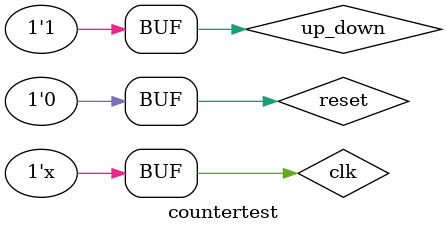
<source format=v>

module countertest;
   
wire [7:0] out;
 
reg up_down, reset, clk=1'b0;
  
counter u1(out, up_down, clk,  reset);

always #1 clk= ~clk; 
 
initial begin
	reset = 1'b1;
	
	up_down = 1'b1;
	#5
	
	reset = 1'b0;
	#30
	
	up_down = 1'b0;
	#30
	
	up_down = 1'b1;
	#60
	
	up_down = 1'b0;
	#70
	
	up_down = 1'b1;
	end
endmodule 
// ***************Test Bench ends here*************************
</source>
